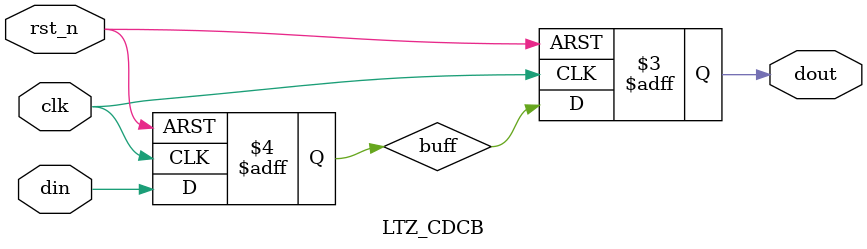
<source format=v>
/*
Copyright (C) 2016  tobalanx@qq.com

Licensed under the Apache License, Version 2.0 (the "License");
you may not use this file except in compliance with the License.
You may obtain a copy of the License at

   http://www.apache.org/licenses/LICENSE-2.0

Unless required by applicable law or agreed to in writing, software
distributed under the License is distributed on an "AS IS" BASIS,
WITHOUT WARRANTIES OR CONDITIONS OF ANY KIND, either express or implied.
See the License for the specific language governing permissions and
limitations under the License.
*/

//-------------------------------------------------------------------------
// https://github.com/balanx/laotzu
//
// Description : Clock Domain Crossing Buffer
//
//-------------------------------------------------------------------------
// History :
// 10/15/2016
//    initial draft
//
//-------------------------------------------------------------------------

module LTZ_CDCB #(
    parameter                WIDTH   = 1,
    parameter  [WIDTH -1:0]  INITVAL = {WIDTH{1'b0}}
) (
    input                    rst_n ,
    input                    clk   ,
    input      [WIDTH -1:0]  din   ,
    output reg [WIDTH -1:0]  dout
);

reg  [WIDTH -1:0]  buff;

always @(posedge clk or negedge rst_n)
  if (!rst_n)
    {dout, buff} <= {INITVAL, INITVAL};
  else
    {dout, buff} <= {buff, din};

//
endmodule

</source>
